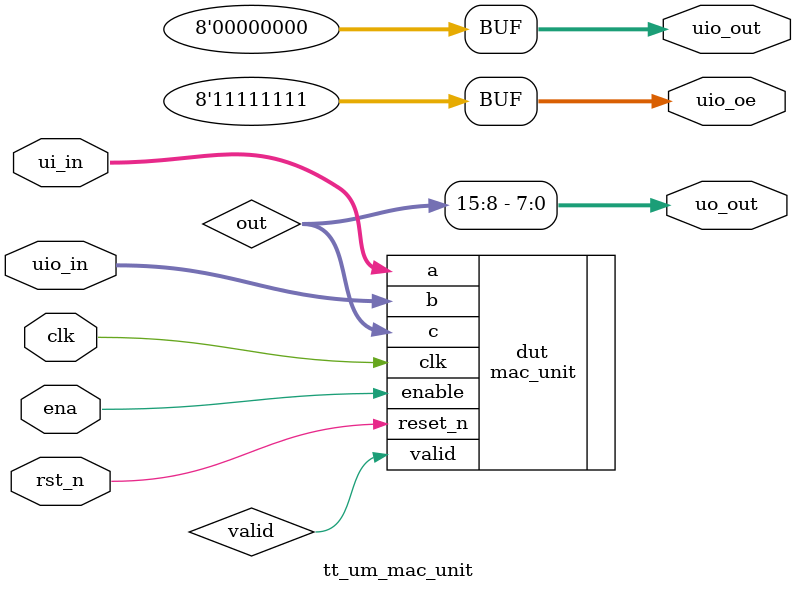
<source format=v>
module tt_um_mac_unit (
    input clk,
    input rst_n, 
    input ena,
    input  wire [7:0] ui_in,    // Dedicated inputs - connected to the input switche
    input  wire [7:0] uio_in,   // IOs: Bidirectional Input path
    output wire [7:0] uo_out,   // Dedicated outputs - connected to the 7 segment display
    output wire [7:0] uio_out,  // IOs: Bidirectional Output path
    output wire [7:0] uio_oe   // IOs: Bidirectional Enable path (active high: 0=input, 1=output)
);

    assign uio_oe  = 8'b11111111;
    assign uio_out = 8'b00000000;
    assign uo_out = out[15:8];    
    wire [15:0] out;
    wire valid;
    mac_unit dut (.clk(clk), .reset_n(rst_n), .enable(ena), .a(ui_in), .b(uio_in), .valid(valid), .c(out));

    

endmodule
</source>
